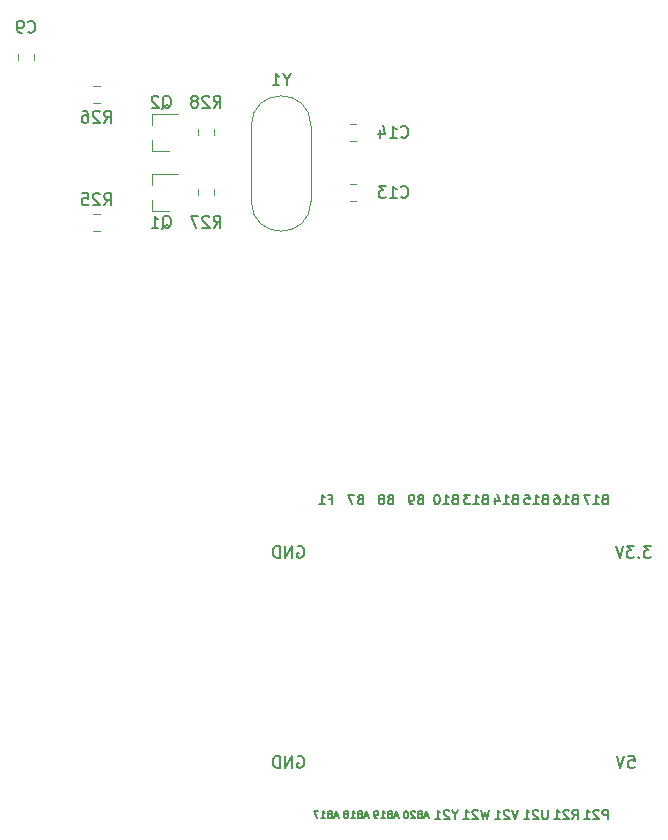
<source format=gbr>
G04 #@! TF.GenerationSoftware,KiCad,Pcbnew,5.1.5-52549c5~86~ubuntu18.04.1*
G04 #@! TF.CreationDate,2020-04-04T12:23:38+02:00*
G04 #@! TF.ProjectId,FPGC4IOboard,46504743-3449-44f6-926f-6172642e6b69,rev?*
G04 #@! TF.SameCoordinates,Original*
G04 #@! TF.FileFunction,Legend,Bot*
G04 #@! TF.FilePolarity,Positive*
%FSLAX46Y46*%
G04 Gerber Fmt 4.6, Leading zero omitted, Abs format (unit mm)*
G04 Created by KiCad (PCBNEW 5.1.5-52549c5~86~ubuntu18.04.1) date 2020-04-04 12:23:38*
%MOMM*%
%LPD*%
G04 APERTURE LIST*
%ADD10C,0.150000*%
%ADD11C,0.120000*%
G04 APERTURE END LIST*
D10*
X109346904Y-83320000D02*
X109442142Y-83272380D01*
X109585000Y-83272380D01*
X109727857Y-83320000D01*
X109823095Y-83415238D01*
X109870714Y-83510476D01*
X109918333Y-83700952D01*
X109918333Y-83843809D01*
X109870714Y-84034285D01*
X109823095Y-84129523D01*
X109727857Y-84224761D01*
X109585000Y-84272380D01*
X109489761Y-84272380D01*
X109346904Y-84224761D01*
X109299285Y-84177142D01*
X109299285Y-83843809D01*
X109489761Y-83843809D01*
X108870714Y-84272380D02*
X108870714Y-83272380D01*
X108299285Y-84272380D01*
X108299285Y-83272380D01*
X107823095Y-84272380D02*
X107823095Y-83272380D01*
X107585000Y-83272380D01*
X107442142Y-83320000D01*
X107346904Y-83415238D01*
X107299285Y-83510476D01*
X107251666Y-83700952D01*
X107251666Y-83843809D01*
X107299285Y-84034285D01*
X107346904Y-84129523D01*
X107442142Y-84224761D01*
X107585000Y-84272380D01*
X107823095Y-84272380D01*
X109346904Y-101100000D02*
X109442142Y-101052380D01*
X109585000Y-101052380D01*
X109727857Y-101100000D01*
X109823095Y-101195238D01*
X109870714Y-101290476D01*
X109918333Y-101480952D01*
X109918333Y-101623809D01*
X109870714Y-101814285D01*
X109823095Y-101909523D01*
X109727857Y-102004761D01*
X109585000Y-102052380D01*
X109489761Y-102052380D01*
X109346904Y-102004761D01*
X109299285Y-101957142D01*
X109299285Y-101623809D01*
X109489761Y-101623809D01*
X108870714Y-102052380D02*
X108870714Y-101052380D01*
X108299285Y-102052380D01*
X108299285Y-101052380D01*
X107823095Y-102052380D02*
X107823095Y-101052380D01*
X107585000Y-101052380D01*
X107442142Y-101100000D01*
X107346904Y-101195238D01*
X107299285Y-101290476D01*
X107251666Y-101480952D01*
X107251666Y-101623809D01*
X107299285Y-101814285D01*
X107346904Y-101909523D01*
X107442142Y-102004761D01*
X107585000Y-102052380D01*
X107823095Y-102052380D01*
X137350476Y-101052380D02*
X137826666Y-101052380D01*
X137874285Y-101528571D01*
X137826666Y-101480952D01*
X137731428Y-101433333D01*
X137493333Y-101433333D01*
X137398095Y-101480952D01*
X137350476Y-101528571D01*
X137302857Y-101623809D01*
X137302857Y-101861904D01*
X137350476Y-101957142D01*
X137398095Y-102004761D01*
X137493333Y-102052380D01*
X137731428Y-102052380D01*
X137826666Y-102004761D01*
X137874285Y-101957142D01*
X137017142Y-101052380D02*
X136683809Y-102052380D01*
X136350476Y-101052380D01*
X139271190Y-83272380D02*
X138652142Y-83272380D01*
X138985476Y-83653333D01*
X138842619Y-83653333D01*
X138747380Y-83700952D01*
X138699761Y-83748571D01*
X138652142Y-83843809D01*
X138652142Y-84081904D01*
X138699761Y-84177142D01*
X138747380Y-84224761D01*
X138842619Y-84272380D01*
X139128333Y-84272380D01*
X139223571Y-84224761D01*
X139271190Y-84177142D01*
X138223571Y-84177142D02*
X138175952Y-84224761D01*
X138223571Y-84272380D01*
X138271190Y-84224761D01*
X138223571Y-84177142D01*
X138223571Y-84272380D01*
X137842619Y-83272380D02*
X137223571Y-83272380D01*
X137556904Y-83653333D01*
X137414047Y-83653333D01*
X137318809Y-83700952D01*
X137271190Y-83748571D01*
X137223571Y-83843809D01*
X137223571Y-84081904D01*
X137271190Y-84177142D01*
X137318809Y-84224761D01*
X137414047Y-84272380D01*
X137699761Y-84272380D01*
X137795000Y-84224761D01*
X137842619Y-84177142D01*
X136937857Y-83272380D02*
X136604523Y-84272380D01*
X136271190Y-83272380D01*
X112774285Y-106145000D02*
X112488571Y-106145000D01*
X112831428Y-106316428D02*
X112631428Y-105716428D01*
X112431428Y-106316428D01*
X112031428Y-106002142D02*
X111945714Y-106030714D01*
X111917142Y-106059285D01*
X111888571Y-106116428D01*
X111888571Y-106202142D01*
X111917142Y-106259285D01*
X111945714Y-106287857D01*
X112002857Y-106316428D01*
X112231428Y-106316428D01*
X112231428Y-105716428D01*
X112031428Y-105716428D01*
X111974285Y-105745000D01*
X111945714Y-105773571D01*
X111917142Y-105830714D01*
X111917142Y-105887857D01*
X111945714Y-105945000D01*
X111974285Y-105973571D01*
X112031428Y-106002142D01*
X112231428Y-106002142D01*
X111317142Y-106316428D02*
X111660000Y-106316428D01*
X111488571Y-106316428D02*
X111488571Y-105716428D01*
X111545714Y-105802142D01*
X111602857Y-105859285D01*
X111660000Y-105887857D01*
X111117142Y-105716428D02*
X110717142Y-105716428D01*
X110974285Y-106316428D01*
X128028571Y-105606904D02*
X127761904Y-106406904D01*
X127495238Y-105606904D01*
X127266666Y-105683095D02*
X127228571Y-105645000D01*
X127152380Y-105606904D01*
X126961904Y-105606904D01*
X126885714Y-105645000D01*
X126847619Y-105683095D01*
X126809523Y-105759285D01*
X126809523Y-105835476D01*
X126847619Y-105949761D01*
X127304761Y-106406904D01*
X126809523Y-106406904D01*
X126047619Y-106406904D02*
X126504761Y-106406904D01*
X126276190Y-106406904D02*
X126276190Y-105606904D01*
X126352380Y-105721190D01*
X126428571Y-105797380D01*
X126504761Y-105835476D01*
X122681904Y-106025952D02*
X122681904Y-106406904D01*
X122948571Y-105606904D02*
X122681904Y-106025952D01*
X122415238Y-105606904D01*
X122186666Y-105683095D02*
X122148571Y-105645000D01*
X122072380Y-105606904D01*
X121881904Y-105606904D01*
X121805714Y-105645000D01*
X121767619Y-105683095D01*
X121729523Y-105759285D01*
X121729523Y-105835476D01*
X121767619Y-105949761D01*
X122224761Y-106406904D01*
X121729523Y-106406904D01*
X120967619Y-106406904D02*
X121424761Y-106406904D01*
X121196190Y-106406904D02*
X121196190Y-105606904D01*
X121272380Y-105721190D01*
X121348571Y-105797380D01*
X121424761Y-105835476D01*
X115314285Y-106145000D02*
X115028571Y-106145000D01*
X115371428Y-106316428D02*
X115171428Y-105716428D01*
X114971428Y-106316428D01*
X114571428Y-106002142D02*
X114485714Y-106030714D01*
X114457142Y-106059285D01*
X114428571Y-106116428D01*
X114428571Y-106202142D01*
X114457142Y-106259285D01*
X114485714Y-106287857D01*
X114542857Y-106316428D01*
X114771428Y-106316428D01*
X114771428Y-105716428D01*
X114571428Y-105716428D01*
X114514285Y-105745000D01*
X114485714Y-105773571D01*
X114457142Y-105830714D01*
X114457142Y-105887857D01*
X114485714Y-105945000D01*
X114514285Y-105973571D01*
X114571428Y-106002142D01*
X114771428Y-106002142D01*
X113857142Y-106316428D02*
X114200000Y-106316428D01*
X114028571Y-106316428D02*
X114028571Y-105716428D01*
X114085714Y-105802142D01*
X114142857Y-105859285D01*
X114200000Y-105887857D01*
X113514285Y-105973571D02*
X113571428Y-105945000D01*
X113600000Y-105916428D01*
X113628571Y-105859285D01*
X113628571Y-105830714D01*
X113600000Y-105773571D01*
X113571428Y-105745000D01*
X113514285Y-105716428D01*
X113400000Y-105716428D01*
X113342857Y-105745000D01*
X113314285Y-105773571D01*
X113285714Y-105830714D01*
X113285714Y-105859285D01*
X113314285Y-105916428D01*
X113342857Y-105945000D01*
X113400000Y-105973571D01*
X113514285Y-105973571D01*
X113571428Y-106002142D01*
X113600000Y-106030714D01*
X113628571Y-106087857D01*
X113628571Y-106202142D01*
X113600000Y-106259285D01*
X113571428Y-106287857D01*
X113514285Y-106316428D01*
X113400000Y-106316428D01*
X113342857Y-106287857D01*
X113314285Y-106259285D01*
X113285714Y-106202142D01*
X113285714Y-106087857D01*
X113314285Y-106030714D01*
X113342857Y-106002142D01*
X113400000Y-105973571D01*
X132594285Y-106406904D02*
X132860952Y-106025952D01*
X133051428Y-106406904D02*
X133051428Y-105606904D01*
X132746666Y-105606904D01*
X132670476Y-105645000D01*
X132632380Y-105683095D01*
X132594285Y-105759285D01*
X132594285Y-105873571D01*
X132632380Y-105949761D01*
X132670476Y-105987857D01*
X132746666Y-106025952D01*
X133051428Y-106025952D01*
X132289523Y-105683095D02*
X132251428Y-105645000D01*
X132175238Y-105606904D01*
X131984761Y-105606904D01*
X131908571Y-105645000D01*
X131870476Y-105683095D01*
X131832380Y-105759285D01*
X131832380Y-105835476D01*
X131870476Y-105949761D01*
X132327619Y-106406904D01*
X131832380Y-106406904D01*
X131070476Y-106406904D02*
X131527619Y-106406904D01*
X131299047Y-106406904D02*
X131299047Y-105606904D01*
X131375238Y-105721190D01*
X131451428Y-105797380D01*
X131527619Y-105835476D01*
X117854285Y-106145000D02*
X117568571Y-106145000D01*
X117911428Y-106316428D02*
X117711428Y-105716428D01*
X117511428Y-106316428D01*
X117111428Y-106002142D02*
X117025714Y-106030714D01*
X116997142Y-106059285D01*
X116968571Y-106116428D01*
X116968571Y-106202142D01*
X116997142Y-106259285D01*
X117025714Y-106287857D01*
X117082857Y-106316428D01*
X117311428Y-106316428D01*
X117311428Y-105716428D01*
X117111428Y-105716428D01*
X117054285Y-105745000D01*
X117025714Y-105773571D01*
X116997142Y-105830714D01*
X116997142Y-105887857D01*
X117025714Y-105945000D01*
X117054285Y-105973571D01*
X117111428Y-106002142D01*
X117311428Y-106002142D01*
X116397142Y-106316428D02*
X116740000Y-106316428D01*
X116568571Y-106316428D02*
X116568571Y-105716428D01*
X116625714Y-105802142D01*
X116682857Y-105859285D01*
X116740000Y-105887857D01*
X116111428Y-106316428D02*
X115997142Y-106316428D01*
X115940000Y-106287857D01*
X115911428Y-106259285D01*
X115854285Y-106173571D01*
X115825714Y-106059285D01*
X115825714Y-105830714D01*
X115854285Y-105773571D01*
X115882857Y-105745000D01*
X115940000Y-105716428D01*
X116054285Y-105716428D01*
X116111428Y-105745000D01*
X116140000Y-105773571D01*
X116168571Y-105830714D01*
X116168571Y-105973571D01*
X116140000Y-106030714D01*
X116111428Y-106059285D01*
X116054285Y-106087857D01*
X115940000Y-106087857D01*
X115882857Y-106059285D01*
X115854285Y-106030714D01*
X115825714Y-105973571D01*
X130530476Y-105606904D02*
X130530476Y-106254523D01*
X130492380Y-106330714D01*
X130454285Y-106368809D01*
X130378095Y-106406904D01*
X130225714Y-106406904D01*
X130149523Y-106368809D01*
X130111428Y-106330714D01*
X130073333Y-106254523D01*
X130073333Y-105606904D01*
X129730476Y-105683095D02*
X129692380Y-105645000D01*
X129616190Y-105606904D01*
X129425714Y-105606904D01*
X129349523Y-105645000D01*
X129311428Y-105683095D01*
X129273333Y-105759285D01*
X129273333Y-105835476D01*
X129311428Y-105949761D01*
X129768571Y-106406904D01*
X129273333Y-106406904D01*
X128511428Y-106406904D02*
X128968571Y-106406904D01*
X128740000Y-106406904D02*
X128740000Y-105606904D01*
X128816190Y-105721190D01*
X128892380Y-105797380D01*
X128968571Y-105835476D01*
X125564761Y-105606904D02*
X125374285Y-106406904D01*
X125221904Y-105835476D01*
X125069523Y-106406904D01*
X124879047Y-105606904D01*
X124612380Y-105683095D02*
X124574285Y-105645000D01*
X124498095Y-105606904D01*
X124307619Y-105606904D01*
X124231428Y-105645000D01*
X124193333Y-105683095D01*
X124155238Y-105759285D01*
X124155238Y-105835476D01*
X124193333Y-105949761D01*
X124650476Y-106406904D01*
X124155238Y-106406904D01*
X123393333Y-106406904D02*
X123850476Y-106406904D01*
X123621904Y-106406904D02*
X123621904Y-105606904D01*
X123698095Y-105721190D01*
X123774285Y-105797380D01*
X123850476Y-105835476D01*
X120394285Y-106145000D02*
X120108571Y-106145000D01*
X120451428Y-106316428D02*
X120251428Y-105716428D01*
X120051428Y-106316428D01*
X119651428Y-106002142D02*
X119565714Y-106030714D01*
X119537142Y-106059285D01*
X119508571Y-106116428D01*
X119508571Y-106202142D01*
X119537142Y-106259285D01*
X119565714Y-106287857D01*
X119622857Y-106316428D01*
X119851428Y-106316428D01*
X119851428Y-105716428D01*
X119651428Y-105716428D01*
X119594285Y-105745000D01*
X119565714Y-105773571D01*
X119537142Y-105830714D01*
X119537142Y-105887857D01*
X119565714Y-105945000D01*
X119594285Y-105973571D01*
X119651428Y-106002142D01*
X119851428Y-106002142D01*
X119280000Y-105773571D02*
X119251428Y-105745000D01*
X119194285Y-105716428D01*
X119051428Y-105716428D01*
X118994285Y-105745000D01*
X118965714Y-105773571D01*
X118937142Y-105830714D01*
X118937142Y-105887857D01*
X118965714Y-105973571D01*
X119308571Y-106316428D01*
X118937142Y-106316428D01*
X118565714Y-105716428D02*
X118508571Y-105716428D01*
X118451428Y-105745000D01*
X118422857Y-105773571D01*
X118394285Y-105830714D01*
X118365714Y-105945000D01*
X118365714Y-106087857D01*
X118394285Y-106202142D01*
X118422857Y-106259285D01*
X118451428Y-106287857D01*
X118508571Y-106316428D01*
X118565714Y-106316428D01*
X118622857Y-106287857D01*
X118651428Y-106259285D01*
X118680000Y-106202142D01*
X118708571Y-106087857D01*
X118708571Y-105945000D01*
X118680000Y-105830714D01*
X118651428Y-105773571D01*
X118622857Y-105745000D01*
X118565714Y-105716428D01*
X135591428Y-106406904D02*
X135591428Y-105606904D01*
X135286666Y-105606904D01*
X135210476Y-105645000D01*
X135172380Y-105683095D01*
X135134285Y-105759285D01*
X135134285Y-105873571D01*
X135172380Y-105949761D01*
X135210476Y-105987857D01*
X135286666Y-106025952D01*
X135591428Y-106025952D01*
X134829523Y-105683095D02*
X134791428Y-105645000D01*
X134715238Y-105606904D01*
X134524761Y-105606904D01*
X134448571Y-105645000D01*
X134410476Y-105683095D01*
X134372380Y-105759285D01*
X134372380Y-105835476D01*
X134410476Y-105949761D01*
X134867619Y-106406904D01*
X134372380Y-106406904D01*
X133610476Y-106406904D02*
X134067619Y-106406904D01*
X133839047Y-106406904D02*
X133839047Y-105606904D01*
X133915238Y-105721190D01*
X133991428Y-105797380D01*
X134067619Y-105835476D01*
X132784761Y-79317857D02*
X132670476Y-79355952D01*
X132632380Y-79394047D01*
X132594285Y-79470238D01*
X132594285Y-79584523D01*
X132632380Y-79660714D01*
X132670476Y-79698809D01*
X132746666Y-79736904D01*
X133051428Y-79736904D01*
X133051428Y-78936904D01*
X132784761Y-78936904D01*
X132708571Y-78975000D01*
X132670476Y-79013095D01*
X132632380Y-79089285D01*
X132632380Y-79165476D01*
X132670476Y-79241666D01*
X132708571Y-79279761D01*
X132784761Y-79317857D01*
X133051428Y-79317857D01*
X131832380Y-79736904D02*
X132289523Y-79736904D01*
X132060952Y-79736904D02*
X132060952Y-78936904D01*
X132137142Y-79051190D01*
X132213333Y-79127380D01*
X132289523Y-79165476D01*
X131146666Y-78936904D02*
X131299047Y-78936904D01*
X131375238Y-78975000D01*
X131413333Y-79013095D01*
X131489523Y-79127380D01*
X131527619Y-79279761D01*
X131527619Y-79584523D01*
X131489523Y-79660714D01*
X131451428Y-79698809D01*
X131375238Y-79736904D01*
X131222857Y-79736904D01*
X131146666Y-79698809D01*
X131108571Y-79660714D01*
X131070476Y-79584523D01*
X131070476Y-79394047D01*
X131108571Y-79317857D01*
X131146666Y-79279761D01*
X131222857Y-79241666D01*
X131375238Y-79241666D01*
X131451428Y-79279761D01*
X131489523Y-79317857D01*
X131527619Y-79394047D01*
X117163809Y-79317857D02*
X117049523Y-79355952D01*
X117011428Y-79394047D01*
X116973333Y-79470238D01*
X116973333Y-79584523D01*
X117011428Y-79660714D01*
X117049523Y-79698809D01*
X117125714Y-79736904D01*
X117430476Y-79736904D01*
X117430476Y-78936904D01*
X117163809Y-78936904D01*
X117087619Y-78975000D01*
X117049523Y-79013095D01*
X117011428Y-79089285D01*
X117011428Y-79165476D01*
X117049523Y-79241666D01*
X117087619Y-79279761D01*
X117163809Y-79317857D01*
X117430476Y-79317857D01*
X116516190Y-79279761D02*
X116592380Y-79241666D01*
X116630476Y-79203571D01*
X116668571Y-79127380D01*
X116668571Y-79089285D01*
X116630476Y-79013095D01*
X116592380Y-78975000D01*
X116516190Y-78936904D01*
X116363809Y-78936904D01*
X116287619Y-78975000D01*
X116249523Y-79013095D01*
X116211428Y-79089285D01*
X116211428Y-79127380D01*
X116249523Y-79203571D01*
X116287619Y-79241666D01*
X116363809Y-79279761D01*
X116516190Y-79279761D01*
X116592380Y-79317857D01*
X116630476Y-79355952D01*
X116668571Y-79432142D01*
X116668571Y-79584523D01*
X116630476Y-79660714D01*
X116592380Y-79698809D01*
X116516190Y-79736904D01*
X116363809Y-79736904D01*
X116287619Y-79698809D01*
X116249523Y-79660714D01*
X116211428Y-79584523D01*
X116211428Y-79432142D01*
X116249523Y-79355952D01*
X116287619Y-79317857D01*
X116363809Y-79279761D01*
X130244761Y-79317857D02*
X130130476Y-79355952D01*
X130092380Y-79394047D01*
X130054285Y-79470238D01*
X130054285Y-79584523D01*
X130092380Y-79660714D01*
X130130476Y-79698809D01*
X130206666Y-79736904D01*
X130511428Y-79736904D01*
X130511428Y-78936904D01*
X130244761Y-78936904D01*
X130168571Y-78975000D01*
X130130476Y-79013095D01*
X130092380Y-79089285D01*
X130092380Y-79165476D01*
X130130476Y-79241666D01*
X130168571Y-79279761D01*
X130244761Y-79317857D01*
X130511428Y-79317857D01*
X129292380Y-79736904D02*
X129749523Y-79736904D01*
X129520952Y-79736904D02*
X129520952Y-78936904D01*
X129597142Y-79051190D01*
X129673333Y-79127380D01*
X129749523Y-79165476D01*
X128568571Y-78936904D02*
X128949523Y-78936904D01*
X128987619Y-79317857D01*
X128949523Y-79279761D01*
X128873333Y-79241666D01*
X128682857Y-79241666D01*
X128606666Y-79279761D01*
X128568571Y-79317857D01*
X128530476Y-79394047D01*
X128530476Y-79584523D01*
X128568571Y-79660714D01*
X128606666Y-79698809D01*
X128682857Y-79736904D01*
X128873333Y-79736904D01*
X128949523Y-79698809D01*
X128987619Y-79660714D01*
X125164761Y-79317857D02*
X125050476Y-79355952D01*
X125012380Y-79394047D01*
X124974285Y-79470238D01*
X124974285Y-79584523D01*
X125012380Y-79660714D01*
X125050476Y-79698809D01*
X125126666Y-79736904D01*
X125431428Y-79736904D01*
X125431428Y-78936904D01*
X125164761Y-78936904D01*
X125088571Y-78975000D01*
X125050476Y-79013095D01*
X125012380Y-79089285D01*
X125012380Y-79165476D01*
X125050476Y-79241666D01*
X125088571Y-79279761D01*
X125164761Y-79317857D01*
X125431428Y-79317857D01*
X124212380Y-79736904D02*
X124669523Y-79736904D01*
X124440952Y-79736904D02*
X124440952Y-78936904D01*
X124517142Y-79051190D01*
X124593333Y-79127380D01*
X124669523Y-79165476D01*
X123945714Y-78936904D02*
X123450476Y-78936904D01*
X123717142Y-79241666D01*
X123602857Y-79241666D01*
X123526666Y-79279761D01*
X123488571Y-79317857D01*
X123450476Y-79394047D01*
X123450476Y-79584523D01*
X123488571Y-79660714D01*
X123526666Y-79698809D01*
X123602857Y-79736904D01*
X123831428Y-79736904D01*
X123907619Y-79698809D01*
X123945714Y-79660714D01*
X114623809Y-79317857D02*
X114509523Y-79355952D01*
X114471428Y-79394047D01*
X114433333Y-79470238D01*
X114433333Y-79584523D01*
X114471428Y-79660714D01*
X114509523Y-79698809D01*
X114585714Y-79736904D01*
X114890476Y-79736904D01*
X114890476Y-78936904D01*
X114623809Y-78936904D01*
X114547619Y-78975000D01*
X114509523Y-79013095D01*
X114471428Y-79089285D01*
X114471428Y-79165476D01*
X114509523Y-79241666D01*
X114547619Y-79279761D01*
X114623809Y-79317857D01*
X114890476Y-79317857D01*
X114166666Y-78936904D02*
X113633333Y-78936904D01*
X113976190Y-79736904D01*
X122624761Y-79317857D02*
X122510476Y-79355952D01*
X122472380Y-79394047D01*
X122434285Y-79470238D01*
X122434285Y-79584523D01*
X122472380Y-79660714D01*
X122510476Y-79698809D01*
X122586666Y-79736904D01*
X122891428Y-79736904D01*
X122891428Y-78936904D01*
X122624761Y-78936904D01*
X122548571Y-78975000D01*
X122510476Y-79013095D01*
X122472380Y-79089285D01*
X122472380Y-79165476D01*
X122510476Y-79241666D01*
X122548571Y-79279761D01*
X122624761Y-79317857D01*
X122891428Y-79317857D01*
X121672380Y-79736904D02*
X122129523Y-79736904D01*
X121900952Y-79736904D02*
X121900952Y-78936904D01*
X121977142Y-79051190D01*
X122053333Y-79127380D01*
X122129523Y-79165476D01*
X121177142Y-78936904D02*
X121100952Y-78936904D01*
X121024761Y-78975000D01*
X120986666Y-79013095D01*
X120948571Y-79089285D01*
X120910476Y-79241666D01*
X120910476Y-79432142D01*
X120948571Y-79584523D01*
X120986666Y-79660714D01*
X121024761Y-79698809D01*
X121100952Y-79736904D01*
X121177142Y-79736904D01*
X121253333Y-79698809D01*
X121291428Y-79660714D01*
X121329523Y-79584523D01*
X121367619Y-79432142D01*
X121367619Y-79241666D01*
X121329523Y-79089285D01*
X121291428Y-79013095D01*
X121253333Y-78975000D01*
X121177142Y-78936904D01*
X119703809Y-79317857D02*
X119589523Y-79355952D01*
X119551428Y-79394047D01*
X119513333Y-79470238D01*
X119513333Y-79584523D01*
X119551428Y-79660714D01*
X119589523Y-79698809D01*
X119665714Y-79736904D01*
X119970476Y-79736904D01*
X119970476Y-78936904D01*
X119703809Y-78936904D01*
X119627619Y-78975000D01*
X119589523Y-79013095D01*
X119551428Y-79089285D01*
X119551428Y-79165476D01*
X119589523Y-79241666D01*
X119627619Y-79279761D01*
X119703809Y-79317857D01*
X119970476Y-79317857D01*
X119132380Y-79736904D02*
X118980000Y-79736904D01*
X118903809Y-79698809D01*
X118865714Y-79660714D01*
X118789523Y-79546428D01*
X118751428Y-79394047D01*
X118751428Y-79089285D01*
X118789523Y-79013095D01*
X118827619Y-78975000D01*
X118903809Y-78936904D01*
X119056190Y-78936904D01*
X119132380Y-78975000D01*
X119170476Y-79013095D01*
X119208571Y-79089285D01*
X119208571Y-79279761D01*
X119170476Y-79355952D01*
X119132380Y-79394047D01*
X119056190Y-79432142D01*
X118903809Y-79432142D01*
X118827619Y-79394047D01*
X118789523Y-79355952D01*
X118751428Y-79279761D01*
X135324761Y-79317857D02*
X135210476Y-79355952D01*
X135172380Y-79394047D01*
X135134285Y-79470238D01*
X135134285Y-79584523D01*
X135172380Y-79660714D01*
X135210476Y-79698809D01*
X135286666Y-79736904D01*
X135591428Y-79736904D01*
X135591428Y-78936904D01*
X135324761Y-78936904D01*
X135248571Y-78975000D01*
X135210476Y-79013095D01*
X135172380Y-79089285D01*
X135172380Y-79165476D01*
X135210476Y-79241666D01*
X135248571Y-79279761D01*
X135324761Y-79317857D01*
X135591428Y-79317857D01*
X134372380Y-79736904D02*
X134829523Y-79736904D01*
X134600952Y-79736904D02*
X134600952Y-78936904D01*
X134677142Y-79051190D01*
X134753333Y-79127380D01*
X134829523Y-79165476D01*
X134105714Y-78936904D02*
X133572380Y-78936904D01*
X133915238Y-79736904D01*
X112026666Y-79317857D02*
X112293333Y-79317857D01*
X112293333Y-79736904D02*
X112293333Y-78936904D01*
X111912380Y-78936904D01*
X111188571Y-79736904D02*
X111645714Y-79736904D01*
X111417142Y-79736904D02*
X111417142Y-78936904D01*
X111493333Y-79051190D01*
X111569523Y-79127380D01*
X111645714Y-79165476D01*
X127704761Y-79317857D02*
X127590476Y-79355952D01*
X127552380Y-79394047D01*
X127514285Y-79470238D01*
X127514285Y-79584523D01*
X127552380Y-79660714D01*
X127590476Y-79698809D01*
X127666666Y-79736904D01*
X127971428Y-79736904D01*
X127971428Y-78936904D01*
X127704761Y-78936904D01*
X127628571Y-78975000D01*
X127590476Y-79013095D01*
X127552380Y-79089285D01*
X127552380Y-79165476D01*
X127590476Y-79241666D01*
X127628571Y-79279761D01*
X127704761Y-79317857D01*
X127971428Y-79317857D01*
X126752380Y-79736904D02*
X127209523Y-79736904D01*
X126980952Y-79736904D02*
X126980952Y-78936904D01*
X127057142Y-79051190D01*
X127133333Y-79127380D01*
X127209523Y-79165476D01*
X126066666Y-79203571D02*
X126066666Y-79736904D01*
X126257142Y-78898809D02*
X126447619Y-79470238D01*
X125952380Y-79470238D01*
D11*
X92058748Y-55170000D02*
X92581252Y-55170000D01*
X92058748Y-56590000D02*
X92581252Y-56590000D01*
X110475000Y-54100000D02*
X110475000Y-47700000D01*
X105425000Y-54100000D02*
X105425000Y-47700000D01*
X105425000Y-54100000D02*
G75*
G03X110475000Y-54100000I2525000J0D01*
G01*
X105425000Y-47700000D02*
G75*
G02X110475000Y-47700000I2525000J0D01*
G01*
X85650000Y-42171252D02*
X85650000Y-41648748D01*
X87070000Y-42171252D02*
X87070000Y-41648748D01*
X114316252Y-52630000D02*
X113793748Y-52630000D01*
X114316252Y-54050000D02*
X113793748Y-54050000D01*
X113793748Y-47550000D02*
X114316252Y-47550000D01*
X113793748Y-48970000D02*
X114316252Y-48970000D01*
X97030000Y-54920000D02*
X98490000Y-54920000D01*
X97030000Y-51760000D02*
X99190000Y-51760000D01*
X97030000Y-51760000D02*
X97030000Y-52690000D01*
X97030000Y-54920000D02*
X97030000Y-53990000D01*
X97030000Y-49840000D02*
X98490000Y-49840000D01*
X97030000Y-46680000D02*
X99190000Y-46680000D01*
X97030000Y-46680000D02*
X97030000Y-47610000D01*
X97030000Y-49840000D02*
X97030000Y-48910000D01*
X92058748Y-44375000D02*
X92581252Y-44375000D01*
X92058748Y-45795000D02*
X92581252Y-45795000D01*
X102310000Y-53078748D02*
X102310000Y-53601252D01*
X100890000Y-53078748D02*
X100890000Y-53601252D01*
X100890000Y-47998748D02*
X100890000Y-48521252D01*
X102310000Y-47998748D02*
X102310000Y-48521252D01*
D10*
X92962857Y-54427380D02*
X93296190Y-53951190D01*
X93534285Y-54427380D02*
X93534285Y-53427380D01*
X93153333Y-53427380D01*
X93058095Y-53475000D01*
X93010476Y-53522619D01*
X92962857Y-53617857D01*
X92962857Y-53760714D01*
X93010476Y-53855952D01*
X93058095Y-53903571D01*
X93153333Y-53951190D01*
X93534285Y-53951190D01*
X92581904Y-53522619D02*
X92534285Y-53475000D01*
X92439047Y-53427380D01*
X92200952Y-53427380D01*
X92105714Y-53475000D01*
X92058095Y-53522619D01*
X92010476Y-53617857D01*
X92010476Y-53713095D01*
X92058095Y-53855952D01*
X92629523Y-54427380D01*
X92010476Y-54427380D01*
X91105714Y-53427380D02*
X91581904Y-53427380D01*
X91629523Y-53903571D01*
X91581904Y-53855952D01*
X91486666Y-53808333D01*
X91248571Y-53808333D01*
X91153333Y-53855952D01*
X91105714Y-53903571D01*
X91058095Y-53998809D01*
X91058095Y-54236904D01*
X91105714Y-54332142D01*
X91153333Y-54379761D01*
X91248571Y-54427380D01*
X91486666Y-54427380D01*
X91581904Y-54379761D01*
X91629523Y-54332142D01*
X108426190Y-43791190D02*
X108426190Y-44267380D01*
X108759523Y-43267380D02*
X108426190Y-43791190D01*
X108092857Y-43267380D01*
X107235714Y-44267380D02*
X107807142Y-44267380D01*
X107521428Y-44267380D02*
X107521428Y-43267380D01*
X107616666Y-43410238D01*
X107711904Y-43505476D01*
X107807142Y-43553095D01*
X86526666Y-39727142D02*
X86574285Y-39774761D01*
X86717142Y-39822380D01*
X86812380Y-39822380D01*
X86955238Y-39774761D01*
X87050476Y-39679523D01*
X87098095Y-39584285D01*
X87145714Y-39393809D01*
X87145714Y-39250952D01*
X87098095Y-39060476D01*
X87050476Y-38965238D01*
X86955238Y-38870000D01*
X86812380Y-38822380D01*
X86717142Y-38822380D01*
X86574285Y-38870000D01*
X86526666Y-38917619D01*
X86050476Y-39822380D02*
X85860000Y-39822380D01*
X85764761Y-39774761D01*
X85717142Y-39727142D01*
X85621904Y-39584285D01*
X85574285Y-39393809D01*
X85574285Y-39012857D01*
X85621904Y-38917619D01*
X85669523Y-38870000D01*
X85764761Y-38822380D01*
X85955238Y-38822380D01*
X86050476Y-38870000D01*
X86098095Y-38917619D01*
X86145714Y-39012857D01*
X86145714Y-39250952D01*
X86098095Y-39346190D01*
X86050476Y-39393809D01*
X85955238Y-39441428D01*
X85764761Y-39441428D01*
X85669523Y-39393809D01*
X85621904Y-39346190D01*
X85574285Y-39250952D01*
X118117857Y-53697142D02*
X118165476Y-53744761D01*
X118308333Y-53792380D01*
X118403571Y-53792380D01*
X118546428Y-53744761D01*
X118641666Y-53649523D01*
X118689285Y-53554285D01*
X118736904Y-53363809D01*
X118736904Y-53220952D01*
X118689285Y-53030476D01*
X118641666Y-52935238D01*
X118546428Y-52840000D01*
X118403571Y-52792380D01*
X118308333Y-52792380D01*
X118165476Y-52840000D01*
X118117857Y-52887619D01*
X117165476Y-53792380D02*
X117736904Y-53792380D01*
X117451190Y-53792380D02*
X117451190Y-52792380D01*
X117546428Y-52935238D01*
X117641666Y-53030476D01*
X117736904Y-53078095D01*
X116832142Y-52792380D02*
X116213095Y-52792380D01*
X116546428Y-53173333D01*
X116403571Y-53173333D01*
X116308333Y-53220952D01*
X116260714Y-53268571D01*
X116213095Y-53363809D01*
X116213095Y-53601904D01*
X116260714Y-53697142D01*
X116308333Y-53744761D01*
X116403571Y-53792380D01*
X116689285Y-53792380D01*
X116784523Y-53744761D01*
X116832142Y-53697142D01*
X118117857Y-48617142D02*
X118165476Y-48664761D01*
X118308333Y-48712380D01*
X118403571Y-48712380D01*
X118546428Y-48664761D01*
X118641666Y-48569523D01*
X118689285Y-48474285D01*
X118736904Y-48283809D01*
X118736904Y-48140952D01*
X118689285Y-47950476D01*
X118641666Y-47855238D01*
X118546428Y-47760000D01*
X118403571Y-47712380D01*
X118308333Y-47712380D01*
X118165476Y-47760000D01*
X118117857Y-47807619D01*
X117165476Y-48712380D02*
X117736904Y-48712380D01*
X117451190Y-48712380D02*
X117451190Y-47712380D01*
X117546428Y-47855238D01*
X117641666Y-47950476D01*
X117736904Y-47998095D01*
X116308333Y-48045714D02*
X116308333Y-48712380D01*
X116546428Y-47664761D02*
X116784523Y-48379047D01*
X116165476Y-48379047D01*
X97885238Y-56427619D02*
X97980476Y-56380000D01*
X98075714Y-56284761D01*
X98218571Y-56141904D01*
X98313809Y-56094285D01*
X98409047Y-56094285D01*
X98361428Y-56332380D02*
X98456666Y-56284761D01*
X98551904Y-56189523D01*
X98599523Y-55999047D01*
X98599523Y-55665714D01*
X98551904Y-55475238D01*
X98456666Y-55380000D01*
X98361428Y-55332380D01*
X98170952Y-55332380D01*
X98075714Y-55380000D01*
X97980476Y-55475238D01*
X97932857Y-55665714D01*
X97932857Y-55999047D01*
X97980476Y-56189523D01*
X98075714Y-56284761D01*
X98170952Y-56332380D01*
X98361428Y-56332380D01*
X96980476Y-56332380D02*
X97551904Y-56332380D01*
X97266190Y-56332380D02*
X97266190Y-55332380D01*
X97361428Y-55475238D01*
X97456666Y-55570476D01*
X97551904Y-55618095D01*
X97885238Y-46267619D02*
X97980476Y-46220000D01*
X98075714Y-46124761D01*
X98218571Y-45981904D01*
X98313809Y-45934285D01*
X98409047Y-45934285D01*
X98361428Y-46172380D02*
X98456666Y-46124761D01*
X98551904Y-46029523D01*
X98599523Y-45839047D01*
X98599523Y-45505714D01*
X98551904Y-45315238D01*
X98456666Y-45220000D01*
X98361428Y-45172380D01*
X98170952Y-45172380D01*
X98075714Y-45220000D01*
X97980476Y-45315238D01*
X97932857Y-45505714D01*
X97932857Y-45839047D01*
X97980476Y-46029523D01*
X98075714Y-46124761D01*
X98170952Y-46172380D01*
X98361428Y-46172380D01*
X97551904Y-45267619D02*
X97504285Y-45220000D01*
X97409047Y-45172380D01*
X97170952Y-45172380D01*
X97075714Y-45220000D01*
X97028095Y-45267619D01*
X96980476Y-45362857D01*
X96980476Y-45458095D01*
X97028095Y-45600952D01*
X97599523Y-46172380D01*
X96980476Y-46172380D01*
X92962857Y-47442380D02*
X93296190Y-46966190D01*
X93534285Y-47442380D02*
X93534285Y-46442380D01*
X93153333Y-46442380D01*
X93058095Y-46490000D01*
X93010476Y-46537619D01*
X92962857Y-46632857D01*
X92962857Y-46775714D01*
X93010476Y-46870952D01*
X93058095Y-46918571D01*
X93153333Y-46966190D01*
X93534285Y-46966190D01*
X92581904Y-46537619D02*
X92534285Y-46490000D01*
X92439047Y-46442380D01*
X92200952Y-46442380D01*
X92105714Y-46490000D01*
X92058095Y-46537619D01*
X92010476Y-46632857D01*
X92010476Y-46728095D01*
X92058095Y-46870952D01*
X92629523Y-47442380D01*
X92010476Y-47442380D01*
X91153333Y-46442380D02*
X91343809Y-46442380D01*
X91439047Y-46490000D01*
X91486666Y-46537619D01*
X91581904Y-46680476D01*
X91629523Y-46870952D01*
X91629523Y-47251904D01*
X91581904Y-47347142D01*
X91534285Y-47394761D01*
X91439047Y-47442380D01*
X91248571Y-47442380D01*
X91153333Y-47394761D01*
X91105714Y-47347142D01*
X91058095Y-47251904D01*
X91058095Y-47013809D01*
X91105714Y-46918571D01*
X91153333Y-46870952D01*
X91248571Y-46823333D01*
X91439047Y-46823333D01*
X91534285Y-46870952D01*
X91581904Y-46918571D01*
X91629523Y-47013809D01*
X102242857Y-56332380D02*
X102576190Y-55856190D01*
X102814285Y-56332380D02*
X102814285Y-55332380D01*
X102433333Y-55332380D01*
X102338095Y-55380000D01*
X102290476Y-55427619D01*
X102242857Y-55522857D01*
X102242857Y-55665714D01*
X102290476Y-55760952D01*
X102338095Y-55808571D01*
X102433333Y-55856190D01*
X102814285Y-55856190D01*
X101861904Y-55427619D02*
X101814285Y-55380000D01*
X101719047Y-55332380D01*
X101480952Y-55332380D01*
X101385714Y-55380000D01*
X101338095Y-55427619D01*
X101290476Y-55522857D01*
X101290476Y-55618095D01*
X101338095Y-55760952D01*
X101909523Y-56332380D01*
X101290476Y-56332380D01*
X100957142Y-55332380D02*
X100290476Y-55332380D01*
X100719047Y-56332380D01*
X102242857Y-46172380D02*
X102576190Y-45696190D01*
X102814285Y-46172380D02*
X102814285Y-45172380D01*
X102433333Y-45172380D01*
X102338095Y-45220000D01*
X102290476Y-45267619D01*
X102242857Y-45362857D01*
X102242857Y-45505714D01*
X102290476Y-45600952D01*
X102338095Y-45648571D01*
X102433333Y-45696190D01*
X102814285Y-45696190D01*
X101861904Y-45267619D02*
X101814285Y-45220000D01*
X101719047Y-45172380D01*
X101480952Y-45172380D01*
X101385714Y-45220000D01*
X101338095Y-45267619D01*
X101290476Y-45362857D01*
X101290476Y-45458095D01*
X101338095Y-45600952D01*
X101909523Y-46172380D01*
X101290476Y-46172380D01*
X100719047Y-45600952D02*
X100814285Y-45553333D01*
X100861904Y-45505714D01*
X100909523Y-45410476D01*
X100909523Y-45362857D01*
X100861904Y-45267619D01*
X100814285Y-45220000D01*
X100719047Y-45172380D01*
X100528571Y-45172380D01*
X100433333Y-45220000D01*
X100385714Y-45267619D01*
X100338095Y-45362857D01*
X100338095Y-45410476D01*
X100385714Y-45505714D01*
X100433333Y-45553333D01*
X100528571Y-45600952D01*
X100719047Y-45600952D01*
X100814285Y-45648571D01*
X100861904Y-45696190D01*
X100909523Y-45791428D01*
X100909523Y-45981904D01*
X100861904Y-46077142D01*
X100814285Y-46124761D01*
X100719047Y-46172380D01*
X100528571Y-46172380D01*
X100433333Y-46124761D01*
X100385714Y-46077142D01*
X100338095Y-45981904D01*
X100338095Y-45791428D01*
X100385714Y-45696190D01*
X100433333Y-45648571D01*
X100528571Y-45600952D01*
M02*

</source>
